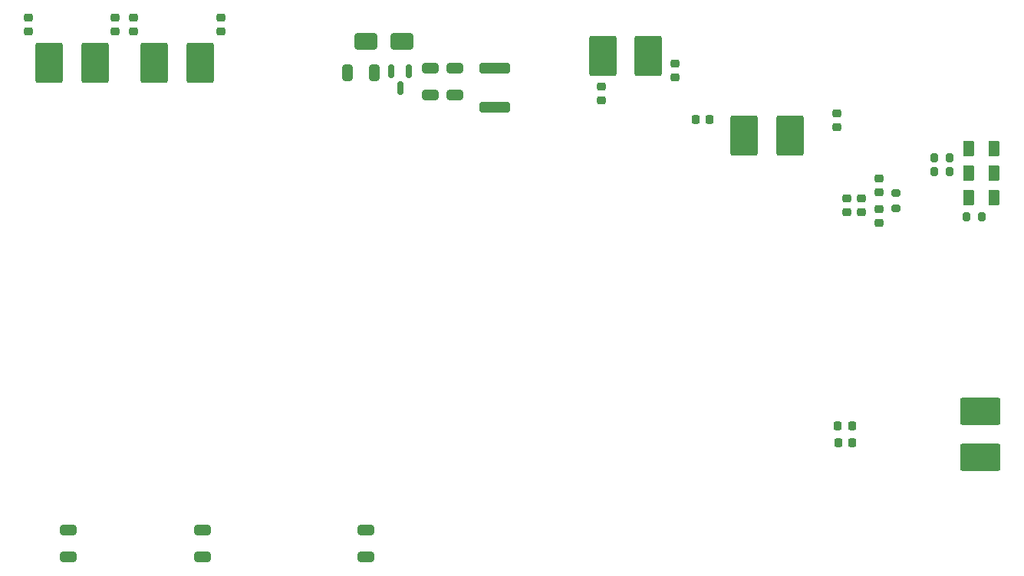
<source format=gbr>
%TF.GenerationSoftware,KiCad,Pcbnew,9.0.1*%
%TF.CreationDate,2025-05-06T20:53:02+02:00*%
%TF.ProjectId,apm,61706d2e-6b69-4636-9164-5f7063625858,rev?*%
%TF.SameCoordinates,Original*%
%TF.FileFunction,Paste,Bot*%
%TF.FilePolarity,Positive*%
%FSLAX46Y46*%
G04 Gerber Fmt 4.6, Leading zero omitted, Abs format (unit mm)*
G04 Created by KiCad (PCBNEW 9.0.1) date 2025-05-06 20:53:02*
%MOMM*%
%LPD*%
G01*
G04 APERTURE LIST*
G04 Aperture macros list*
%AMRoundRect*
0 Rectangle with rounded corners*
0 $1 Rounding radius*
0 $2 $3 $4 $5 $6 $7 $8 $9 X,Y pos of 4 corners*
0 Add a 4 corners polygon primitive as box body*
4,1,4,$2,$3,$4,$5,$6,$7,$8,$9,$2,$3,0*
0 Add four circle primitives for the rounded corners*
1,1,$1+$1,$2,$3*
1,1,$1+$1,$4,$5*
1,1,$1+$1,$6,$7*
1,1,$1+$1,$8,$9*
0 Add four rect primitives between the rounded corners*
20,1,$1+$1,$2,$3,$4,$5,0*
20,1,$1+$1,$4,$5,$6,$7,0*
20,1,$1+$1,$6,$7,$8,$9,0*
20,1,$1+$1,$8,$9,$2,$3,0*%
G04 Aperture macros list end*
%ADD10RoundRect,0.200000X0.275000X-0.200000X0.275000X0.200000X-0.275000X0.200000X-0.275000X-0.200000X0*%
%ADD11RoundRect,0.250001X-1.262499X-1.974999X1.262499X-1.974999X1.262499X1.974999X-1.262499X1.974999X0*%
%ADD12RoundRect,0.225000X0.250000X-0.225000X0.250000X0.225000X-0.250000X0.225000X-0.250000X-0.225000X0*%
%ADD13RoundRect,0.150000X-0.150000X0.587500X-0.150000X-0.587500X0.150000X-0.587500X0.150000X0.587500X0*%
%ADD14RoundRect,0.200000X-0.200000X-0.275000X0.200000X-0.275000X0.200000X0.275000X-0.200000X0.275000X0*%
%ADD15RoundRect,0.250000X0.650000X-0.325000X0.650000X0.325000X-0.650000X0.325000X-0.650000X-0.325000X0*%
%ADD16RoundRect,0.225000X-0.250000X0.225000X-0.250000X-0.225000X0.250000X-0.225000X0.250000X0.225000X0*%
%ADD17RoundRect,0.250000X-0.325000X-0.650000X0.325000X-0.650000X0.325000X0.650000X-0.325000X0.650000X0*%
%ADD18RoundRect,0.250000X0.375000X0.625000X-0.375000X0.625000X-0.375000X-0.625000X0.375000X-0.625000X0*%
%ADD19RoundRect,0.225000X0.225000X0.250000X-0.225000X0.250000X-0.225000X-0.250000X0.225000X-0.250000X0*%
%ADD20RoundRect,0.250001X1.974999X-1.262499X1.974999X1.262499X-1.974999X1.262499X-1.974999X-1.262499X0*%
%ADD21RoundRect,0.200000X0.200000X0.275000X-0.200000X0.275000X-0.200000X-0.275000X0.200000X-0.275000X0*%
%ADD22RoundRect,0.250000X-0.650000X0.325000X-0.650000X-0.325000X0.650000X-0.325000X0.650000X0.325000X0*%
%ADD23RoundRect,0.250000X1.000000X0.650000X-1.000000X0.650000X-1.000000X-0.650000X1.000000X-0.650000X0*%
%ADD24RoundRect,0.250000X-1.450000X0.312500X-1.450000X-0.312500X1.450000X-0.312500X1.450000X0.312500X0*%
G04 APERTURE END LIST*
D10*
%TO.C,R503*%
X176400000Y-60200000D03*
X176400000Y-58550000D03*
%TD*%
D11*
%TO.C,R408*%
X159687500Y-52200000D03*
X164712500Y-52200000D03*
%TD*%
%TO.C,R401*%
X82975000Y-44100000D03*
X88000000Y-44100000D03*
%TD*%
D12*
%TO.C,C510*%
X171000000Y-60675000D03*
X171000000Y-59125000D03*
%TD*%
D13*
%TO.C,U501*%
X120750000Y-45062500D03*
X122650000Y-45062500D03*
X121700000Y-46937500D03*
%TD*%
D12*
%TO.C,C308*%
X90200000Y-40675000D03*
X90200000Y-39125000D03*
%TD*%
D14*
%TO.C,R509*%
X180675000Y-56200000D03*
X182325000Y-56200000D03*
%TD*%
D15*
%TO.C,C201*%
X85100000Y-98775000D03*
X85100000Y-95825000D03*
%TD*%
%TO.C,C206*%
X117900000Y-98775000D03*
X117900000Y-95825000D03*
%TD*%
D14*
%TO.C,R510*%
X180675000Y-54600000D03*
X182325000Y-54600000D03*
%TD*%
D16*
%TO.C,C305*%
X143900000Y-46725000D03*
X143900000Y-48275000D03*
%TD*%
D12*
%TO.C,C511*%
X172600000Y-60675000D03*
X172600000Y-59125000D03*
%TD*%
%TO.C,C509*%
X174600000Y-61850000D03*
X174600000Y-60300000D03*
%TD*%
%TO.C,C304*%
X169900000Y-51275000D03*
X169900000Y-49725000D03*
%TD*%
D17*
%TO.C,C502*%
X115925000Y-45200000D03*
X118875000Y-45200000D03*
%TD*%
D18*
%TO.C,D506*%
X187300000Y-53600000D03*
X184500000Y-53600000D03*
%TD*%
D19*
%TO.C,C303*%
X155875000Y-50400000D03*
X154325000Y-50400000D03*
%TD*%
D20*
%TO.C,R407*%
X185700000Y-87712500D03*
X185700000Y-82687500D03*
%TD*%
D18*
%TO.C,D505*%
X187300000Y-56300000D03*
X184500000Y-56300000D03*
%TD*%
D11*
%TO.C,R409*%
X144087500Y-43400000D03*
X149112500Y-43400000D03*
%TD*%
D19*
%TO.C,C302*%
X171575000Y-84300000D03*
X170025000Y-84300000D03*
%TD*%
D15*
%TO.C,C205*%
X99900000Y-98775000D03*
X99900000Y-95825000D03*
%TD*%
D21*
%TO.C,R508*%
X185900000Y-61200000D03*
X184250000Y-61200000D03*
%TD*%
D12*
%TO.C,C307*%
X80700000Y-40675000D03*
X80700000Y-39125000D03*
%TD*%
D11*
%TO.C,R402*%
X94587500Y-44100000D03*
X99612500Y-44100000D03*
%TD*%
D12*
%TO.C,C310*%
X101900000Y-40675000D03*
X101900000Y-39125000D03*
%TD*%
D18*
%TO.C,D504*%
X187300000Y-59000000D03*
X184500000Y-59000000D03*
%TD*%
D22*
%TO.C,C503*%
X125000000Y-44725000D03*
X125000000Y-47675000D03*
%TD*%
D23*
%TO.C,D502*%
X121900000Y-41800000D03*
X117900000Y-41800000D03*
%TD*%
D16*
%TO.C,C508*%
X174600000Y-56925000D03*
X174600000Y-58475000D03*
%TD*%
D24*
%TO.C,F501*%
X132100000Y-44762500D03*
X132100000Y-49037500D03*
%TD*%
D22*
%TO.C,C501*%
X127700000Y-44725000D03*
X127700000Y-47675000D03*
%TD*%
D16*
%TO.C,C306*%
X152000000Y-44225000D03*
X152000000Y-45775000D03*
%TD*%
D19*
%TO.C,C301*%
X171600000Y-86100000D03*
X170050000Y-86100000D03*
%TD*%
D12*
%TO.C,C309*%
X92300000Y-40700000D03*
X92300000Y-39150000D03*
%TD*%
M02*

</source>
